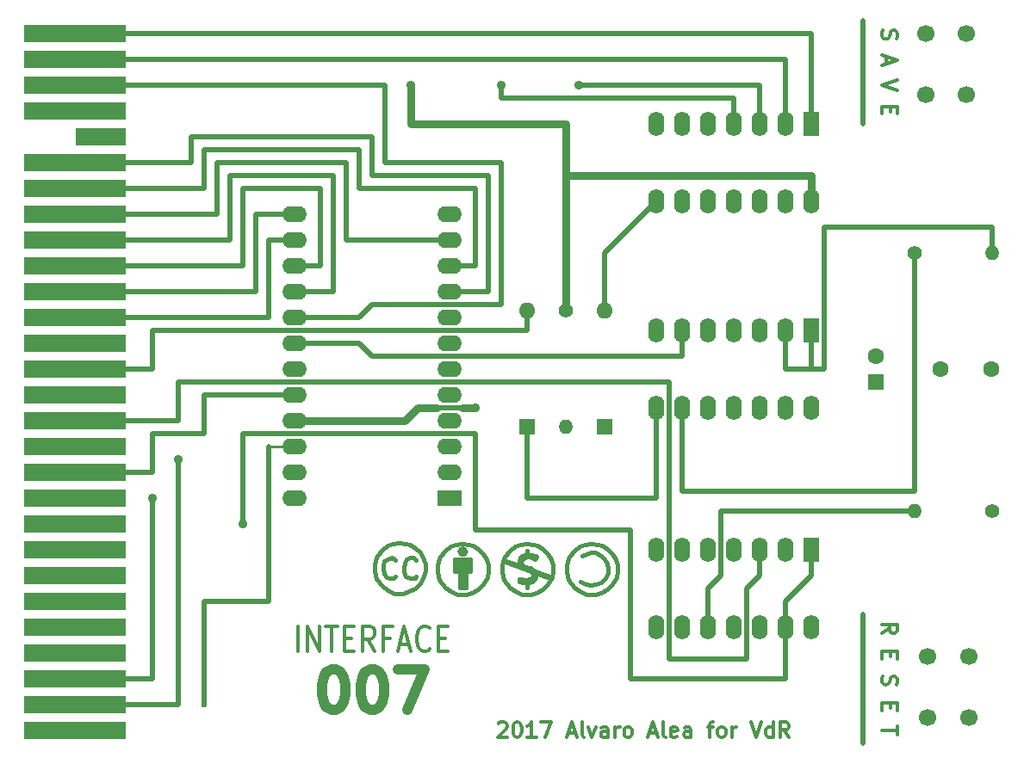
<source format=gtl>
G04 #@! TF.FileFunction,Copper,L1,Top,Signal*
%FSLAX46Y46*%
G04 Gerber Fmt 4.6, Leading zero omitted, Abs format (unit mm)*
G04 Created by KiCad (PCBNEW 4.0.6) date 06/02/17 16:23:04*
%MOMM*%
%LPD*%
G01*
G04 APERTURE LIST*
%ADD10C,0.100000*%
%ADD11C,0.300000*%
%ADD12C,1.000000*%
%ADD13C,0.381000*%
%ADD14R,2.400000X1.600000*%
%ADD15O,2.400000X1.600000*%
%ADD16C,1.600000*%
%ADD17C,1.400000*%
%ADD18O,1.400000X1.400000*%
%ADD19C,1.700000*%
%ADD20R,1.600000X2.400000*%
%ADD21O,1.600000X2.400000*%
%ADD22R,1.600000X1.600000*%
%ADD23O,1.600000X1.600000*%
%ADD24R,10.000000X1.700000*%
%ADD25R,5.000000X1.700000*%
%ADD26C,0.900000*%
%ADD27C,0.600000*%
%ADD28C,0.508000*%
%ADD29C,0.250000*%
%ADD30C,0.304800*%
%ADD31C,0.762000*%
G04 APERTURE END LIST*
D10*
D11*
X131764288Y-119971429D02*
X131835717Y-119900000D01*
X131978574Y-119828571D01*
X132335717Y-119828571D01*
X132478574Y-119900000D01*
X132550003Y-119971429D01*
X132621431Y-120114286D01*
X132621431Y-120257143D01*
X132550003Y-120471429D01*
X131692860Y-121328571D01*
X132621431Y-121328571D01*
X133550002Y-119828571D02*
X133692859Y-119828571D01*
X133835716Y-119900000D01*
X133907145Y-119971429D01*
X133978574Y-120114286D01*
X134050002Y-120400000D01*
X134050002Y-120757143D01*
X133978574Y-121042857D01*
X133907145Y-121185714D01*
X133835716Y-121257143D01*
X133692859Y-121328571D01*
X133550002Y-121328571D01*
X133407145Y-121257143D01*
X133335716Y-121185714D01*
X133264288Y-121042857D01*
X133192859Y-120757143D01*
X133192859Y-120400000D01*
X133264288Y-120114286D01*
X133335716Y-119971429D01*
X133407145Y-119900000D01*
X133550002Y-119828571D01*
X135478573Y-121328571D02*
X134621430Y-121328571D01*
X135050002Y-121328571D02*
X135050002Y-119828571D01*
X134907145Y-120042857D01*
X134764287Y-120185714D01*
X134621430Y-120257143D01*
X135978573Y-119828571D02*
X136978573Y-119828571D01*
X136335716Y-121328571D01*
X138621429Y-120900000D02*
X139335715Y-120900000D01*
X138478572Y-121328571D02*
X138978572Y-119828571D01*
X139478572Y-121328571D01*
X140192858Y-121328571D02*
X140050000Y-121257143D01*
X139978572Y-121114286D01*
X139978572Y-119828571D01*
X140621429Y-120328571D02*
X140978572Y-121328571D01*
X141335714Y-120328571D01*
X142550000Y-121328571D02*
X142550000Y-120542857D01*
X142478571Y-120400000D01*
X142335714Y-120328571D01*
X142050000Y-120328571D01*
X141907143Y-120400000D01*
X142550000Y-121257143D02*
X142407143Y-121328571D01*
X142050000Y-121328571D01*
X141907143Y-121257143D01*
X141835714Y-121114286D01*
X141835714Y-120971429D01*
X141907143Y-120828571D01*
X142050000Y-120757143D01*
X142407143Y-120757143D01*
X142550000Y-120685714D01*
X143264286Y-121328571D02*
X143264286Y-120328571D01*
X143264286Y-120614286D02*
X143335714Y-120471429D01*
X143407143Y-120400000D01*
X143550000Y-120328571D01*
X143692857Y-120328571D01*
X144407143Y-121328571D02*
X144264285Y-121257143D01*
X144192857Y-121185714D01*
X144121428Y-121042857D01*
X144121428Y-120614286D01*
X144192857Y-120471429D01*
X144264285Y-120400000D01*
X144407143Y-120328571D01*
X144621428Y-120328571D01*
X144764285Y-120400000D01*
X144835714Y-120471429D01*
X144907143Y-120614286D01*
X144907143Y-121042857D01*
X144835714Y-121185714D01*
X144764285Y-121257143D01*
X144621428Y-121328571D01*
X144407143Y-121328571D01*
X146621428Y-120900000D02*
X147335714Y-120900000D01*
X146478571Y-121328571D02*
X146978571Y-119828571D01*
X147478571Y-121328571D01*
X148192857Y-121328571D02*
X148049999Y-121257143D01*
X147978571Y-121114286D01*
X147978571Y-119828571D01*
X149335713Y-121257143D02*
X149192856Y-121328571D01*
X148907142Y-121328571D01*
X148764285Y-121257143D01*
X148692856Y-121114286D01*
X148692856Y-120542857D01*
X148764285Y-120400000D01*
X148907142Y-120328571D01*
X149192856Y-120328571D01*
X149335713Y-120400000D01*
X149407142Y-120542857D01*
X149407142Y-120685714D01*
X148692856Y-120828571D01*
X150692856Y-121328571D02*
X150692856Y-120542857D01*
X150621427Y-120400000D01*
X150478570Y-120328571D01*
X150192856Y-120328571D01*
X150049999Y-120400000D01*
X150692856Y-121257143D02*
X150549999Y-121328571D01*
X150192856Y-121328571D01*
X150049999Y-121257143D01*
X149978570Y-121114286D01*
X149978570Y-120971429D01*
X150049999Y-120828571D01*
X150192856Y-120757143D01*
X150549999Y-120757143D01*
X150692856Y-120685714D01*
X152335713Y-120328571D02*
X152907142Y-120328571D01*
X152549999Y-121328571D02*
X152549999Y-120042857D01*
X152621427Y-119900000D01*
X152764285Y-119828571D01*
X152907142Y-119828571D01*
X153621428Y-121328571D02*
X153478570Y-121257143D01*
X153407142Y-121185714D01*
X153335713Y-121042857D01*
X153335713Y-120614286D01*
X153407142Y-120471429D01*
X153478570Y-120400000D01*
X153621428Y-120328571D01*
X153835713Y-120328571D01*
X153978570Y-120400000D01*
X154049999Y-120471429D01*
X154121428Y-120614286D01*
X154121428Y-121042857D01*
X154049999Y-121185714D01*
X153978570Y-121257143D01*
X153835713Y-121328571D01*
X153621428Y-121328571D01*
X154764285Y-121328571D02*
X154764285Y-120328571D01*
X154764285Y-120614286D02*
X154835713Y-120471429D01*
X154907142Y-120400000D01*
X155049999Y-120328571D01*
X155192856Y-120328571D01*
X156621427Y-119828571D02*
X157121427Y-121328571D01*
X157621427Y-119828571D01*
X158764284Y-121328571D02*
X158764284Y-119828571D01*
X158764284Y-121257143D02*
X158621427Y-121328571D01*
X158335713Y-121328571D01*
X158192855Y-121257143D01*
X158121427Y-121185714D01*
X158049998Y-121042857D01*
X158049998Y-120614286D01*
X158121427Y-120471429D01*
X158192855Y-120400000D01*
X158335713Y-120328571D01*
X158621427Y-120328571D01*
X158764284Y-120400000D01*
X160335713Y-121328571D02*
X159835713Y-120614286D01*
X159478570Y-121328571D02*
X159478570Y-119828571D01*
X160049998Y-119828571D01*
X160192856Y-119900000D01*
X160264284Y-119971429D01*
X160335713Y-120114286D01*
X160335713Y-120328571D01*
X160264284Y-120471429D01*
X160192856Y-120542857D01*
X160049998Y-120614286D01*
X159478570Y-120614286D01*
X169572857Y-51772858D02*
X169501429Y-51987144D01*
X169501429Y-52344287D01*
X169572857Y-52487144D01*
X169644286Y-52558573D01*
X169787143Y-52630001D01*
X169930000Y-52630001D01*
X170072857Y-52558573D01*
X170144286Y-52487144D01*
X170215714Y-52344287D01*
X170287143Y-52058573D01*
X170358571Y-51915715D01*
X170430000Y-51844287D01*
X170572857Y-51772858D01*
X170715714Y-51772858D01*
X170858571Y-51844287D01*
X170930000Y-51915715D01*
X171001429Y-52058573D01*
X171001429Y-52415715D01*
X170930000Y-52630001D01*
X169930000Y-54344286D02*
X169930000Y-55058572D01*
X169501429Y-54201429D02*
X171001429Y-54701429D01*
X169501429Y-55201429D01*
X171001429Y-56630000D02*
X169501429Y-57130000D01*
X171001429Y-57630000D01*
X170287143Y-59272857D02*
X170287143Y-59772857D01*
X169501429Y-59987143D02*
X169501429Y-59272857D01*
X171001429Y-59272857D01*
X171001429Y-59987143D01*
X169501429Y-111105715D02*
X170215714Y-110605715D01*
X169501429Y-110248572D02*
X171001429Y-110248572D01*
X171001429Y-110820000D01*
X170930000Y-110962858D01*
X170858571Y-111034286D01*
X170715714Y-111105715D01*
X170501429Y-111105715D01*
X170358571Y-111034286D01*
X170287143Y-110962858D01*
X170215714Y-110820000D01*
X170215714Y-110248572D01*
X170287143Y-112891429D02*
X170287143Y-113391429D01*
X169501429Y-113605715D02*
X169501429Y-112891429D01*
X171001429Y-112891429D01*
X171001429Y-113605715D01*
X169572857Y-115320000D02*
X169501429Y-115534286D01*
X169501429Y-115891429D01*
X169572857Y-116034286D01*
X169644286Y-116105715D01*
X169787143Y-116177143D01*
X169930000Y-116177143D01*
X170072857Y-116105715D01*
X170144286Y-116034286D01*
X170215714Y-115891429D01*
X170287143Y-115605715D01*
X170358571Y-115462857D01*
X170430000Y-115391429D01*
X170572857Y-115320000D01*
X170715714Y-115320000D01*
X170858571Y-115391429D01*
X170930000Y-115462857D01*
X171001429Y-115605715D01*
X171001429Y-115962857D01*
X170930000Y-116177143D01*
X170287143Y-117962857D02*
X170287143Y-118462857D01*
X169501429Y-118677143D02*
X169501429Y-117962857D01*
X171001429Y-117962857D01*
X171001429Y-118677143D01*
X171001429Y-120248571D02*
X171001429Y-121105714D01*
X169501429Y-120677143D02*
X171001429Y-120677143D01*
D12*
X115380000Y-114649524D02*
X115760952Y-114649524D01*
X116141904Y-114840000D01*
X116332381Y-115030476D01*
X116522857Y-115411429D01*
X116713333Y-116173333D01*
X116713333Y-117125714D01*
X116522857Y-117887619D01*
X116332381Y-118268571D01*
X116141904Y-118459048D01*
X115760952Y-118649524D01*
X115380000Y-118649524D01*
X114999047Y-118459048D01*
X114808571Y-118268571D01*
X114618095Y-117887619D01*
X114427619Y-117125714D01*
X114427619Y-116173333D01*
X114618095Y-115411429D01*
X114808571Y-115030476D01*
X114999047Y-114840000D01*
X115380000Y-114649524D01*
X119189524Y-114649524D02*
X119570476Y-114649524D01*
X119951428Y-114840000D01*
X120141905Y-115030476D01*
X120332381Y-115411429D01*
X120522857Y-116173333D01*
X120522857Y-117125714D01*
X120332381Y-117887619D01*
X120141905Y-118268571D01*
X119951428Y-118459048D01*
X119570476Y-118649524D01*
X119189524Y-118649524D01*
X118808571Y-118459048D01*
X118618095Y-118268571D01*
X118427619Y-117887619D01*
X118237143Y-117125714D01*
X118237143Y-116173333D01*
X118427619Y-115411429D01*
X118618095Y-115030476D01*
X118808571Y-114840000D01*
X119189524Y-114649524D01*
X121856191Y-114649524D02*
X124522857Y-114649524D01*
X122808572Y-118649524D01*
D11*
X112046666Y-112890952D02*
X112046666Y-110390952D01*
X112999047Y-112890952D02*
X112999047Y-110390952D01*
X114141905Y-112890952D01*
X114141905Y-110390952D01*
X114808571Y-110390952D02*
X115951428Y-110390952D01*
X115380000Y-112890952D02*
X115380000Y-110390952D01*
X116618095Y-111581429D02*
X117284762Y-111581429D01*
X117570476Y-112890952D02*
X116618095Y-112890952D01*
X116618095Y-110390952D01*
X117570476Y-110390952D01*
X119570477Y-112890952D02*
X118903810Y-111700476D01*
X118427619Y-112890952D02*
X118427619Y-110390952D01*
X119189524Y-110390952D01*
X119380000Y-110510000D01*
X119475239Y-110629048D01*
X119570477Y-110867143D01*
X119570477Y-111224286D01*
X119475239Y-111462381D01*
X119380000Y-111581429D01*
X119189524Y-111700476D01*
X118427619Y-111700476D01*
X121094286Y-111581429D02*
X120427619Y-111581429D01*
X120427619Y-112890952D02*
X120427619Y-110390952D01*
X121380000Y-110390952D01*
X122046667Y-112176667D02*
X122999048Y-112176667D01*
X121856191Y-112890952D02*
X122522858Y-110390952D01*
X123189525Y-112890952D01*
X124999049Y-112652857D02*
X124903811Y-112771905D01*
X124618096Y-112890952D01*
X124427620Y-112890952D01*
X124141906Y-112771905D01*
X123951430Y-112533810D01*
X123856191Y-112295714D01*
X123760953Y-111819524D01*
X123760953Y-111462381D01*
X123856191Y-110986190D01*
X123951430Y-110748095D01*
X124141906Y-110510000D01*
X124427620Y-110390952D01*
X124618096Y-110390952D01*
X124903811Y-110510000D01*
X124999049Y-110629048D01*
X125856191Y-111581429D02*
X126522858Y-111581429D01*
X126808572Y-112890952D02*
X125856191Y-112890952D01*
X125856191Y-110390952D01*
X126808572Y-110390952D01*
D13*
X128270000Y-102875080D02*
X128270000Y-103273860D01*
X127568960Y-104073960D02*
X128869440Y-104073960D01*
X128770380Y-104376220D02*
X127568960Y-104376220D01*
X127469900Y-104675940D02*
X128770380Y-104675940D01*
X128270000Y-105074720D02*
X128270000Y-106375200D01*
X128369060Y-106575860D02*
X128569720Y-106575860D01*
X128569720Y-106575860D02*
X128569720Y-104975660D01*
X127970280Y-105074720D02*
X127970280Y-106575860D01*
X127970280Y-106575860D02*
X128470660Y-106575860D01*
X127469900Y-103774240D02*
X128971040Y-103774240D01*
X128971040Y-103774240D02*
X128971040Y-104975660D01*
X128971040Y-104975660D02*
X127469900Y-104975660D01*
X127469900Y-104975660D02*
X127469900Y-103774240D01*
X128585666Y-103075740D02*
G75*
G03X128585666Y-103075740I-315666J0D01*
G01*
X128270000Y-102275640D02*
X128170940Y-102275640D01*
X128170940Y-102275640D02*
X127568960Y-102374700D01*
X127568960Y-102374700D02*
X127071120Y-102575360D01*
X127071120Y-102575360D02*
X126570740Y-102974140D01*
X126570740Y-102974140D02*
X126070360Y-103576120D01*
X126070360Y-103576120D02*
X125869700Y-103974900D01*
X125869700Y-103974900D02*
X125770640Y-104475280D01*
X125770640Y-104475280D02*
X125770640Y-105074720D01*
X125770640Y-105074720D02*
X125968760Y-105874820D01*
X125968760Y-105874820D02*
X126570740Y-106575860D01*
X126570740Y-106575860D02*
X127071120Y-106974640D01*
X127071120Y-106974640D02*
X127769620Y-107274360D01*
X127769620Y-107274360D02*
X128569720Y-107274360D01*
X128569720Y-107274360D02*
X129169160Y-107076240D01*
X129169160Y-107076240D02*
X129771140Y-106773980D01*
X129771140Y-106773980D02*
X130268980Y-106276140D01*
X130268980Y-106276140D02*
X130670300Y-105575100D01*
X130670300Y-105575100D02*
X130769360Y-104975660D01*
X130769360Y-104975660D02*
X130769360Y-104376220D01*
X130769360Y-104376220D02*
X130571240Y-103774240D01*
X130571240Y-103774240D02*
X130268980Y-103273860D01*
X130268980Y-103273860D02*
X129771140Y-102776020D01*
X129771140Y-102776020D02*
X129270760Y-102473760D01*
X129270760Y-102473760D02*
X128869440Y-102374700D01*
X128869440Y-102374700D02*
X128270000Y-102275640D01*
X134620000Y-106075480D02*
X134620000Y-106575860D01*
X134620000Y-106575860D02*
X134620000Y-106474260D01*
X134620000Y-103273860D02*
X134620000Y-102974140D01*
X132219700Y-103974900D02*
X136819640Y-105674160D01*
X132318760Y-103875840D02*
X137020300Y-105575100D01*
X135519160Y-103576120D02*
X135420100Y-103474520D01*
X135420100Y-103474520D02*
X135018780Y-103375460D01*
X135018780Y-103375460D02*
X134320280Y-103375460D01*
X134320280Y-103375460D02*
X134119620Y-103474520D01*
X134119620Y-103474520D02*
X133918960Y-103675180D01*
X133918960Y-103675180D02*
X133819900Y-103875840D01*
X133819900Y-103875840D02*
X133819900Y-104175560D01*
X133819900Y-104175560D02*
X133918960Y-104475280D01*
X133918960Y-104475280D02*
X134119620Y-104675940D01*
X134119620Y-104675940D02*
X134919720Y-104975660D01*
X134919720Y-104975660D02*
X135219440Y-105173780D01*
X135219440Y-105173780D02*
X135219440Y-105575100D01*
X135219440Y-105575100D02*
X134919720Y-105775760D01*
X134919720Y-105775760D02*
X134419340Y-105874820D01*
X134419340Y-105874820D02*
X133918960Y-105775760D01*
X133918960Y-105775760D02*
X133819900Y-105775760D01*
X133819900Y-105775760D02*
X133819900Y-105973880D01*
X133819900Y-105973880D02*
X134119620Y-106075480D01*
X134119620Y-106075480D02*
X134820660Y-106075480D01*
X134820660Y-106075480D02*
X135120380Y-105973880D01*
X135120380Y-105973880D02*
X135321040Y-105775760D01*
X135321040Y-105775760D02*
X135420100Y-105575100D01*
X135420100Y-105575100D02*
X135420100Y-105275380D01*
X135420100Y-105275380D02*
X135321040Y-104975660D01*
X135321040Y-104975660D02*
X134919720Y-104675940D01*
X134919720Y-104675940D02*
X134320280Y-104574340D01*
X134320280Y-104574340D02*
X134119620Y-104376220D01*
X134119620Y-104376220D02*
X134020560Y-104073960D01*
X134020560Y-104073960D02*
X134119620Y-103875840D01*
X134119620Y-103875840D02*
X134320280Y-103675180D01*
X134320280Y-103675180D02*
X134719060Y-103576120D01*
X134719060Y-103576120D02*
X135018780Y-103675180D01*
X135018780Y-103675180D02*
X135321040Y-103774240D01*
X135321040Y-103774240D02*
X135519160Y-103576120D01*
X134620000Y-102275640D02*
X134520940Y-102275640D01*
X134520940Y-102275640D02*
X133918960Y-102374700D01*
X133918960Y-102374700D02*
X133421120Y-102575360D01*
X133421120Y-102575360D02*
X132920740Y-102974140D01*
X132920740Y-102974140D02*
X132420360Y-103576120D01*
X132420360Y-103576120D02*
X132219700Y-103974900D01*
X132219700Y-103974900D02*
X132120640Y-104475280D01*
X132120640Y-104475280D02*
X132120640Y-105074720D01*
X132120640Y-105074720D02*
X132318760Y-105874820D01*
X132318760Y-105874820D02*
X132920740Y-106575860D01*
X132920740Y-106575860D02*
X133421120Y-106974640D01*
X133421120Y-106974640D02*
X134119620Y-107274360D01*
X134119620Y-107274360D02*
X134919720Y-107274360D01*
X134919720Y-107274360D02*
X135519160Y-107076240D01*
X135519160Y-107076240D02*
X136121140Y-106773980D01*
X136121140Y-106773980D02*
X136618980Y-106276140D01*
X136618980Y-106276140D02*
X137020300Y-105575100D01*
X137020300Y-105575100D02*
X137119360Y-104975660D01*
X137119360Y-104975660D02*
X137119360Y-104376220D01*
X137119360Y-104376220D02*
X136921240Y-103774240D01*
X136921240Y-103774240D02*
X136618980Y-103273860D01*
X136618980Y-103273860D02*
X136121140Y-102776020D01*
X136121140Y-102776020D02*
X135620760Y-102473760D01*
X135620760Y-102473760D02*
X135219440Y-102374700D01*
X135219440Y-102374700D02*
X134620000Y-102275640D01*
X123670200Y-103874900D02*
X123571140Y-103775840D01*
X123571140Y-103775840D02*
X123370480Y-103674240D01*
X123370480Y-103674240D02*
X123070760Y-103674240D01*
X123070760Y-103674240D02*
X122771040Y-103775840D01*
X122771040Y-103775840D02*
X122570380Y-104174620D01*
X122570380Y-104174620D02*
X122468780Y-104675000D01*
X122468780Y-104675000D02*
X122468780Y-105073780D01*
X122468780Y-105073780D02*
X122669440Y-105475100D01*
X122669440Y-105475100D02*
X123070760Y-105675760D01*
X123070760Y-105675760D02*
X123268880Y-105675760D01*
X123268880Y-105675760D02*
X123571140Y-105675760D01*
X123571140Y-105675760D02*
X123670200Y-105475100D01*
X121671220Y-103874900D02*
X121569620Y-103775840D01*
X121569620Y-103775840D02*
X121269900Y-103674240D01*
X121269900Y-103674240D02*
X120871120Y-103775840D01*
X120871120Y-103775840D02*
X120568860Y-103973960D01*
X120568860Y-103973960D02*
X120469800Y-104375280D01*
X120469800Y-104375280D02*
X120469800Y-104774060D01*
X120469800Y-104774060D02*
X120568860Y-105274440D01*
X120568860Y-105274440D02*
X120769520Y-105574160D01*
X120769520Y-105574160D02*
X121069240Y-105675760D01*
X121069240Y-105675760D02*
X121470560Y-105675760D01*
X121470560Y-105675760D02*
X121671220Y-105475100D01*
X122070000Y-102175640D02*
X121970940Y-102175640D01*
X121970940Y-102175640D02*
X121368960Y-102274700D01*
X121368960Y-102274700D02*
X120871120Y-102475360D01*
X120871120Y-102475360D02*
X120370740Y-102874140D01*
X120370740Y-102874140D02*
X119870360Y-103476120D01*
X119870360Y-103476120D02*
X119669700Y-103874900D01*
X119669700Y-103874900D02*
X119570640Y-104375280D01*
X119570640Y-104375280D02*
X119570640Y-104974720D01*
X119570640Y-104974720D02*
X119768760Y-105774820D01*
X119768760Y-105774820D02*
X120370740Y-106475860D01*
X120370740Y-106475860D02*
X120871120Y-106874640D01*
X120871120Y-106874640D02*
X121569620Y-107174360D01*
X121569620Y-107174360D02*
X122369720Y-107174360D01*
X122369720Y-107174360D02*
X122969160Y-106976240D01*
X122969160Y-106976240D02*
X123571140Y-106673980D01*
X123571140Y-106673980D02*
X124068980Y-106176140D01*
X124068980Y-106176140D02*
X124470300Y-105475100D01*
X124470300Y-105475100D02*
X124569360Y-104875660D01*
X124569360Y-104875660D02*
X124569360Y-104276220D01*
X124569360Y-104276220D02*
X124371240Y-103674240D01*
X124371240Y-103674240D02*
X124068980Y-103173860D01*
X124068980Y-103173860D02*
X123571140Y-102676020D01*
X123571140Y-102676020D02*
X123070760Y-102373760D01*
X123070760Y-102373760D02*
X122669440Y-102274700D01*
X122669440Y-102274700D02*
X122070000Y-102175640D01*
X139870180Y-105973880D02*
X140370560Y-106276140D01*
X140370560Y-106276140D02*
X140870940Y-106375200D01*
X140870940Y-106375200D02*
X141368780Y-106276140D01*
X141368780Y-106276140D02*
X141869160Y-106075480D01*
X141869160Y-106075480D02*
X142270480Y-105674160D01*
X142270480Y-105674160D02*
X142570200Y-105173780D01*
X142570200Y-105173780D02*
X142570200Y-104775000D01*
X142570200Y-104775000D02*
X142471140Y-104274620D01*
X142471140Y-104274620D02*
X142168880Y-103774240D01*
X142168880Y-103774240D02*
X141869160Y-103474520D01*
X141869160Y-103474520D02*
X141269720Y-103174800D01*
X141269720Y-103174800D02*
X140870940Y-103174800D01*
X140870940Y-103174800D02*
X140469620Y-103273860D01*
X140469620Y-103273860D02*
X139969240Y-103474520D01*
X140970000Y-102275640D02*
X140870940Y-102275640D01*
X140870940Y-102275640D02*
X140268960Y-102374700D01*
X140268960Y-102374700D02*
X139771120Y-102575360D01*
X139771120Y-102575360D02*
X139270740Y-102974140D01*
X139270740Y-102974140D02*
X138770360Y-103576120D01*
X138770360Y-103576120D02*
X138569700Y-103974900D01*
X138569700Y-103974900D02*
X138470640Y-104475280D01*
X138470640Y-104475280D02*
X138470640Y-105074720D01*
X138470640Y-105074720D02*
X138668760Y-105874820D01*
X138668760Y-105874820D02*
X139270740Y-106575860D01*
X139270740Y-106575860D02*
X139771120Y-106974640D01*
X139771120Y-106974640D02*
X140469620Y-107274360D01*
X140469620Y-107274360D02*
X141269720Y-107274360D01*
X141269720Y-107274360D02*
X141869160Y-107076240D01*
X141869160Y-107076240D02*
X142471140Y-106773980D01*
X142471140Y-106773980D02*
X142968980Y-106276140D01*
X142968980Y-106276140D02*
X143370300Y-105575100D01*
X143370300Y-105575100D02*
X143469360Y-104975660D01*
X143469360Y-104975660D02*
X143469360Y-104376220D01*
X143469360Y-104376220D02*
X143271240Y-103774240D01*
X143271240Y-103774240D02*
X142968980Y-103273860D01*
X142968980Y-103273860D02*
X142471140Y-102776020D01*
X142471140Y-102776020D02*
X141970760Y-102473760D01*
X141970760Y-102473760D02*
X141569440Y-102374700D01*
X141569440Y-102374700D02*
X140970000Y-102275640D01*
D14*
X127000000Y-97790000D03*
D15*
X111760000Y-69850000D03*
X127000000Y-95250000D03*
X111760000Y-72390000D03*
X127000000Y-92710000D03*
X111760000Y-74930000D03*
X127000000Y-90170000D03*
X111760000Y-77470000D03*
X127000000Y-87630000D03*
X111760000Y-80010000D03*
X127000000Y-85090000D03*
X111760000Y-82550000D03*
X127000000Y-82550000D03*
X111760000Y-85090000D03*
X127000000Y-80010000D03*
X111760000Y-87630000D03*
X127000000Y-77470000D03*
X111760000Y-90170000D03*
X127000000Y-74930000D03*
X111760000Y-92710000D03*
X127000000Y-72390000D03*
X111760000Y-95250000D03*
X127000000Y-69850000D03*
X111760000Y-97790000D03*
D16*
X175260000Y-85090000D03*
X180260000Y-85090000D03*
D17*
X172720000Y-73660000D03*
D18*
X180340000Y-73660000D03*
D17*
X180340000Y-99060000D03*
D18*
X172720000Y-99060000D03*
D19*
X173800000Y-58070000D03*
X173800000Y-52070000D03*
X177800000Y-58070000D03*
X177800000Y-52070000D03*
X177990000Y-113380000D03*
X177990000Y-119380000D03*
X173990000Y-113380000D03*
X173990000Y-119380000D03*
D20*
X162560000Y-81280000D03*
D21*
X147320000Y-88900000D03*
X160020000Y-81280000D03*
X149860000Y-88900000D03*
X157480000Y-81280000D03*
X152400000Y-88900000D03*
X154940000Y-81280000D03*
X154940000Y-88900000D03*
X152400000Y-81280000D03*
X157480000Y-88900000D03*
X149860000Y-81280000D03*
X160020000Y-88900000D03*
X147320000Y-81280000D03*
X162560000Y-88900000D03*
D20*
X162560000Y-102870000D03*
D21*
X147320000Y-110490000D03*
X160020000Y-102870000D03*
X149860000Y-110490000D03*
X157480000Y-102870000D03*
X152400000Y-110490000D03*
X154940000Y-102870000D03*
X154940000Y-110490000D03*
X152400000Y-102870000D03*
X157480000Y-110490000D03*
X149860000Y-102870000D03*
X160020000Y-110490000D03*
X147320000Y-102870000D03*
X162560000Y-110490000D03*
D20*
X162560000Y-60960000D03*
D21*
X147320000Y-68580000D03*
X160020000Y-60960000D03*
X149860000Y-68580000D03*
X157480000Y-60960000D03*
X152400000Y-68580000D03*
X154940000Y-60960000D03*
X154940000Y-68580000D03*
X152400000Y-60960000D03*
X157480000Y-68580000D03*
X149860000Y-60960000D03*
X160020000Y-68580000D03*
X147320000Y-60960000D03*
X162560000Y-68580000D03*
D17*
X138430000Y-79375000D03*
D18*
X138430000Y-90805000D03*
D22*
X134620000Y-90805000D03*
D23*
X134620000Y-79375000D03*
D22*
X142240000Y-90805000D03*
D23*
X142240000Y-79375000D03*
D24*
X90170000Y-120650000D03*
X90170000Y-118110000D03*
X90170000Y-115570000D03*
X90170000Y-113030000D03*
X90170000Y-110490000D03*
X90170000Y-107950000D03*
X90170000Y-105410000D03*
X90170000Y-102870000D03*
X90170000Y-100330000D03*
X90170000Y-97790000D03*
X90170000Y-95250000D03*
X90170000Y-92710000D03*
X90170000Y-90170000D03*
X90170000Y-87630000D03*
X90170000Y-85090000D03*
X90170000Y-82550000D03*
X90170000Y-80010000D03*
X90170000Y-77470000D03*
X90170000Y-74930000D03*
X90170000Y-72390000D03*
X90170000Y-69850000D03*
X90170000Y-67310000D03*
X90170000Y-52070000D03*
X90170000Y-54610000D03*
X90170000Y-57150000D03*
X90170000Y-59690000D03*
D25*
X92670000Y-62230000D03*
D24*
X90170000Y-64770000D03*
D22*
X168910000Y-86360000D03*
D16*
X168910000Y-83860000D03*
D26*
X129540000Y-88900000D03*
X123190000Y-57150000D03*
X139700000Y-57150000D03*
X132080000Y-57150000D03*
X106680000Y-100330000D03*
X97790000Y-97790000D03*
D27*
X102870000Y-118110000D03*
D26*
X100330000Y-93980000D03*
D28*
X167640000Y-60960000D02*
X167640000Y-59055000D01*
X167640000Y-59055000D02*
X167640000Y-50800000D01*
X167640000Y-59055000D02*
X167640000Y-59055000D01*
X167640000Y-109220000D02*
X167640000Y-113030000D01*
X167640000Y-121920000D02*
X167640000Y-113030000D01*
X167640000Y-121920000D02*
X167640000Y-121920000D01*
X111760000Y-69850000D02*
X107950000Y-69850000D01*
X107950000Y-69850000D02*
X107950000Y-77470000D01*
X93980000Y-77470000D02*
X107950000Y-77470000D01*
X93980000Y-77470000D02*
X88900000Y-77470000D01*
X96520000Y-80010000D02*
X109220000Y-80010000D01*
X111760000Y-72390000D02*
X109220000Y-72390000D01*
X109220000Y-77470000D02*
X109220000Y-80010000D01*
X109220000Y-72390000D02*
X109220000Y-77470000D01*
X93980000Y-80010000D02*
X88900000Y-80010000D01*
X96520000Y-80010000D02*
X93980000Y-80010000D01*
X106680000Y-67310000D02*
X106680000Y-74930000D01*
X114300000Y-74930000D02*
X111760000Y-74930000D01*
X114300000Y-67310000D02*
X114300000Y-74930000D01*
X106680000Y-67310000D02*
X114300000Y-67310000D01*
X88900000Y-74930000D02*
X93980000Y-74930000D01*
X106680000Y-74930000D02*
X93980000Y-74930000D01*
X111760000Y-77470000D02*
X115570000Y-77470000D01*
X105410000Y-66040000D02*
X105410000Y-69850000D01*
X115570000Y-66040000D02*
X105410000Y-66040000D01*
X115570000Y-77470000D02*
X115570000Y-66040000D01*
X93980000Y-72390000D02*
X105410000Y-72390000D01*
X93980000Y-72390000D02*
X88900000Y-72390000D01*
X105410000Y-72390000D02*
X105410000Y-69850000D01*
X93345000Y-57150000D02*
X87630000Y-57150000D01*
X111760000Y-80010000D02*
X118110000Y-80010000D01*
X118110000Y-80010000D02*
X119380000Y-78740000D01*
X119380000Y-78740000D02*
X132080000Y-78740000D01*
X132080000Y-78740000D02*
X132080000Y-64770000D01*
X132080000Y-64770000D02*
X120650000Y-64770000D01*
X120650000Y-64770000D02*
X120650000Y-57150000D01*
X120650000Y-57150000D02*
X93980000Y-57150000D01*
X93980000Y-57150000D02*
X93345000Y-57150000D01*
D29*
X93345000Y-57150000D02*
X88900000Y-57150000D01*
D28*
X93980000Y-64770000D02*
X101600000Y-64770000D01*
D29*
X93980000Y-64770000D02*
X93980000Y-64770000D01*
X93980000Y-64770000D02*
X93980000Y-64770000D01*
D28*
X88900000Y-64770000D02*
X93980000Y-64770000D01*
X101600000Y-64770000D02*
X101600000Y-62230000D01*
D29*
X101600000Y-62230000D02*
X101600000Y-62230000D01*
D28*
X119380000Y-62230000D02*
X101600000Y-62230000D01*
X119380000Y-66040000D02*
X119380000Y-62230000D01*
X130810000Y-66040000D02*
X119380000Y-66040000D01*
X130810000Y-77470000D02*
X130810000Y-66040000D01*
X127000000Y-77470000D02*
X130810000Y-77470000D01*
X93980000Y-67310000D02*
X88900000Y-67310000D01*
X102870000Y-67310000D02*
X93980000Y-67310000D01*
X102870000Y-63500000D02*
X102870000Y-67310000D01*
X118110000Y-63500000D02*
X102870000Y-63500000D01*
X118110000Y-67310000D02*
X118110000Y-63500000D01*
X129540000Y-67310000D02*
X118110000Y-67310000D01*
X129540000Y-74930000D02*
X129540000Y-67310000D01*
X127000000Y-74930000D02*
X129540000Y-74930000D01*
X104140000Y-69850000D02*
X104140000Y-67310000D01*
X104140000Y-64770000D02*
X116840000Y-64770000D01*
X116840000Y-64770000D02*
X116840000Y-72390000D01*
X104140000Y-64770000D02*
X104140000Y-67310000D01*
X88900000Y-69850000D02*
X93980000Y-69850000D01*
X93980000Y-69850000D02*
X104140000Y-69850000D01*
X127000000Y-72390000D02*
X116840000Y-72390000D01*
X180340000Y-73660000D02*
X180340000Y-71120000D01*
X180340000Y-71120000D02*
X165100000Y-71120000D01*
X165100000Y-71120000D02*
X163830000Y-71120000D01*
X163830000Y-71120000D02*
X163830000Y-73660000D01*
X163830000Y-73660000D02*
X163830000Y-85090000D01*
X163830000Y-85090000D02*
X162560000Y-85090000D01*
D30*
X180340000Y-71120000D02*
X180340000Y-71120000D01*
D28*
X162560000Y-81280000D02*
X162560000Y-85090000D01*
X160020000Y-81280000D02*
X160020000Y-85090000D01*
X162560000Y-85090000D02*
X160020000Y-85090000D01*
X134620000Y-90805000D02*
X134620000Y-97790000D01*
X147320000Y-96520000D02*
X147320000Y-97790000D01*
X147320000Y-97790000D02*
X134620000Y-97790000D01*
X147320000Y-96520000D02*
X147320000Y-88900000D01*
X142240000Y-79375000D02*
X142240000Y-73660000D01*
X142240000Y-73660000D02*
X147320000Y-68580000D01*
D31*
X122555000Y-90170000D02*
X111760000Y-90170000D01*
X128270000Y-88900000D02*
X129540000Y-88900000D01*
D28*
X125730000Y-88900000D02*
X128270000Y-88900000D01*
D31*
X123825000Y-88900000D02*
X125730000Y-88900000D01*
X122555000Y-90170000D02*
X123825000Y-88900000D01*
X138430000Y-66040000D02*
X138430000Y-60960000D01*
X138430000Y-60960000D02*
X123190000Y-60960000D01*
X123190000Y-60960000D02*
X123190000Y-57150000D01*
X162560000Y-66040000D02*
X138430000Y-66040000D01*
X162560000Y-66040000D02*
X162560000Y-68580000D01*
X138430000Y-66040000D02*
X138430000Y-76200000D01*
X138430000Y-79375000D02*
X138430000Y-76200000D01*
D28*
X172720000Y-73660000D02*
X172720000Y-97155000D01*
X149860000Y-97155000D02*
X149860000Y-88900000D01*
X172720000Y-97155000D02*
X149860000Y-97155000D01*
X172720000Y-99060000D02*
X153670000Y-99060000D01*
X152400000Y-106680000D02*
X152400000Y-110490000D01*
X153670000Y-105410000D02*
X152400000Y-106680000D01*
X153670000Y-99060000D02*
X153670000Y-105410000D01*
X134620000Y-79375000D02*
X134620000Y-81280000D01*
D29*
X134620000Y-81280000D02*
X134620000Y-81280000D01*
D28*
X93980000Y-85090000D02*
X97790000Y-85090000D01*
X97790000Y-85090000D02*
X97790000Y-81280000D01*
X97790000Y-81280000D02*
X129540000Y-81280000D01*
X93980000Y-85090000D02*
X88900000Y-85090000D01*
X134620000Y-81280000D02*
X129540000Y-81280000D01*
X157480000Y-57150000D02*
X157480000Y-60960000D01*
X139700000Y-57150000D02*
X157480000Y-57150000D01*
X87630000Y-52070000D02*
X162560000Y-52070000D01*
X87630000Y-52070000D02*
X87630000Y-52070000D01*
X87630000Y-52070000D02*
X87630000Y-52070000D01*
X87630000Y-52070000D02*
X87630000Y-52070000D01*
X87630000Y-52070000D02*
X87630000Y-52070000D01*
X162560000Y-52070000D02*
X162560000Y-60960000D01*
X154940000Y-58420000D02*
X154940000Y-60960000D01*
X132080000Y-58420000D02*
X154940000Y-58420000D01*
X132080000Y-57150000D02*
X132080000Y-58420000D01*
X160020000Y-60960000D02*
X160020000Y-54610000D01*
X160020000Y-54610000D02*
X87630000Y-54610000D01*
X157480000Y-102870000D02*
X157480000Y-105410000D01*
X93980000Y-90170000D02*
X88900000Y-90170000D01*
X100330000Y-90170000D02*
X93980000Y-90170000D01*
X100330000Y-86360000D02*
X100330000Y-90170000D01*
X148590000Y-86360000D02*
X100330000Y-86360000D01*
X148590000Y-113665000D02*
X148590000Y-86360000D01*
X156210000Y-113665000D02*
X148590000Y-113665000D01*
X156210000Y-106680000D02*
X156210000Y-113665000D01*
X157480000Y-105410000D02*
X156210000Y-106680000D01*
X160020000Y-115570000D02*
X144780000Y-115570000D01*
X144780000Y-115570000D02*
X144780000Y-100965000D01*
X144780000Y-100965000D02*
X129540000Y-100965000D01*
X129540000Y-100965000D02*
X129540000Y-91440000D01*
X129540000Y-91440000D02*
X106680000Y-91440000D01*
X106680000Y-91440000D02*
X106680000Y-100330000D01*
X160020000Y-110490000D02*
X160020000Y-115570000D01*
X160020000Y-110490000D02*
X160020000Y-107950000D01*
X162560000Y-105410000D02*
X162560000Y-102870000D01*
X160020000Y-107950000D02*
X162560000Y-105410000D01*
X97790000Y-99060000D02*
X97790000Y-97790000D01*
X93980000Y-115570000D02*
X97790000Y-115570000D01*
X97790000Y-115570000D02*
X97790000Y-99060000D01*
X93980000Y-115570000D02*
X88900000Y-115570000D01*
X109220000Y-92710000D02*
X109220000Y-107950000D01*
X109220000Y-107950000D02*
X102870000Y-107950000D01*
D29*
X111760000Y-92710000D02*
X109220000Y-92710000D01*
D28*
X102870000Y-107950000D02*
X102870000Y-118110000D01*
X95885000Y-118110000D02*
X87630000Y-118110000D01*
X100330000Y-118110000D02*
X100330000Y-93980000D01*
X95885000Y-118110000D02*
X100330000Y-118110000D01*
D29*
X95885000Y-118110000D02*
X95885000Y-118110000D01*
D28*
X149860000Y-81280000D02*
X149860000Y-83820000D01*
X118110000Y-82550000D02*
X111760000Y-82550000D01*
X119380000Y-83820000D02*
X129540000Y-83820000D01*
X118110000Y-82550000D02*
X119380000Y-83820000D01*
X149860000Y-83820000D02*
X129540000Y-83820000D01*
X88900000Y-95250000D02*
X93980000Y-95250000D01*
X102870000Y-87630000D02*
X111760000Y-87630000D01*
X102870000Y-91440000D02*
X102870000Y-87630000D01*
X97790000Y-91440000D02*
X102870000Y-91440000D01*
X97790000Y-95250000D02*
X97790000Y-91440000D01*
X93980000Y-95250000D02*
X97790000Y-95250000D01*
M02*

</source>
